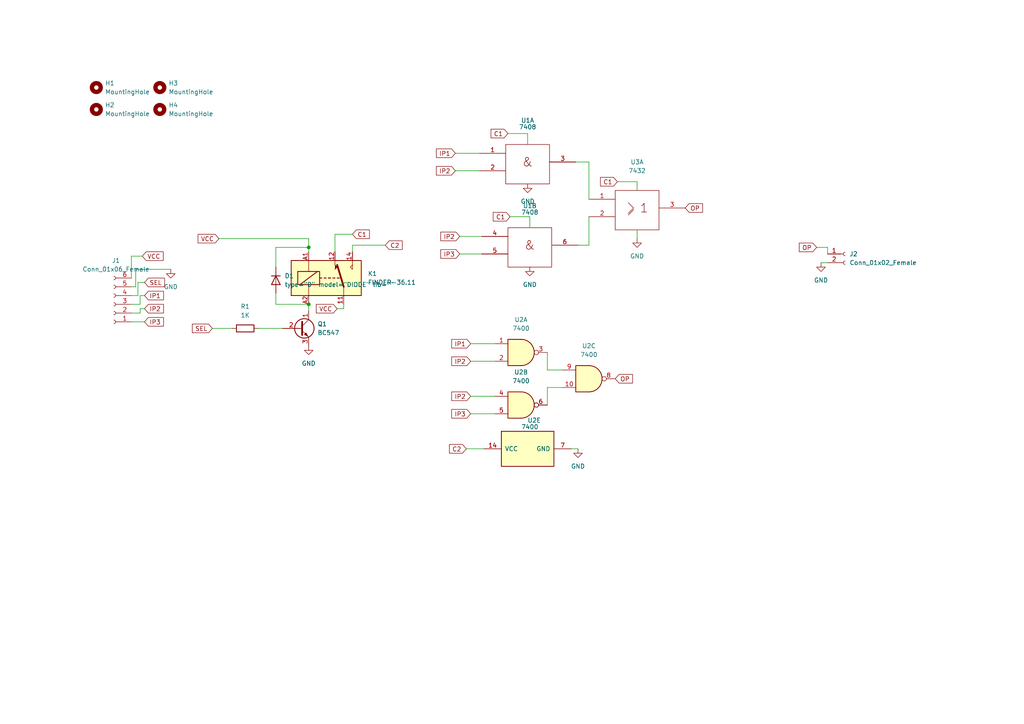
<source format=kicad_sch>
(kicad_sch (version 20211123) (generator eeschema)
  (paper "A4")
  (lib_symbols
    (symbol "74xx:7400" (pin_names (offset 1.016))
      (property "Reference" "U" (at 0 1.27 0))
      (property "Value" "7400" (at 0 -1.27 0))
      (symbol "7400_1_1"
        (arc (start 0 -3.81) (mid 3.81 0) (end 0 3.81) (stroke (width 0.254)) (fill (type background)))
        (polyline (pts (xy 0 3.81) (xy -3.81 3.81) (xy -3.81 -3.81) (xy 0 -3.81)) (stroke (width 0.254)) (fill (type background)))
        (pin input line (at -7.62 2.54 0) (length 3.81) (name "~") (number "1"))
        (pin input line (at -7.62 -2.54 0) (length 3.81) (name "~") (number "2"))
        (pin output inverted (at 7.62 0 180) (length 3.81) (name "~") (number "3"))
      )
      (symbol "7400_1_2"
        (arc (start -3.81 -3.81) (mid -2.589 0) (end -3.81 3.81) (stroke (width 0.254)))
        (arc (start -0.6096 -3.81) (mid 2.1842 -2.5851) (end 3.81 0) (stroke (width 0.254)) (fill (type background)))
        (polyline (pts (xy -3.81 -3.81) (xy -0.635 -3.81)) (stroke (width 0.254)) (fill (type background)))
        (polyline (pts (xy -3.81 3.81) (xy -0.635 3.81)) (stroke (width 0.254)) (fill (type background)))
        (polyline (pts (xy -0.635 3.81) (xy -3.81 3.81) (xy -3.81 3.81) (xy -3.556 3.4036) (xy -3.0226 2.2606) (xy -2.6924 1.0414) (xy -2.6162 -0.254) (xy -2.7686 -1.4986) (xy -3.175 -2.7178) (xy -3.81 -3.81) (xy -3.81 -3.81) (xy -0.635 -3.81)) (stroke (width -25.4)) (fill (type background)))
        (arc (start 3.81 0) (mid 2.1915 2.5936) (end -0.6096 3.81) (stroke (width 0.254)) (fill (type background)))
        (pin input inverted (at -7.62 2.54 0) (length 4.318) (name "~") (number "1"))
        (pin input inverted (at -7.62 -2.54 0) (length 4.318) (name "~") (number "2"))
        (pin output line (at 7.62 0 180) (length 3.81) (name "~") (number "3"))
      )
      (symbol "7400_2_1"
        (arc (start 0 -3.81) (mid 3.81 0) (end 0 3.81) (stroke (width 0.254)) (fill (type background)))
        (polyline (pts (xy 0 3.81) (xy -3.81 3.81) (xy -3.81 -3.81) (xy 0 -3.81)) (stroke (width 0.254)) (fill (type background)))
        (pin input line (at -7.62 2.54 0) (length 3.81) (name "~") (number "4"))
        (pin input line (at -7.62 -2.54 0) (length 3.81) (name "~") (number "5"))
        (pin output inverted (at 7.62 0 180) (length 3.81) (name "~") (number "6"))
      )
      (symbol "7400_2_2"
        (arc (start -3.81 -3.81) (mid -2.589 0) (end -3.81 3.81) (stroke (width 0.254)))
        (arc (start -0.6096 -3.81) (mid 2.1842 -2.5851) (end 3.81 0) (stroke (width 0.254)) (fill (type background)))
        (polyline (pts (xy -3.81 -3.81) (xy -0.635 -3.81)) (stroke (width 0.254)) (fill (type background)))
        (polyline (pts (xy -3.81 3.81) (xy -0.635 3.81)) (stroke (width 0.254)) (fill (type background)))
        (polyline (pts (xy -0.635 3.81) (xy -3.81 3.81) (xy -3.81 3.81) (xy -3.556 3.4036) (xy -3.0226 2.2606) (xy -2.6924 1.0414) (xy -2.6162 -0.254) (xy -2.7686 -1.4986) (xy -3.175 -2.7178) (xy -3.81 -3.81) (xy -3.81 -3.81) (xy -0.635 -3.81)) (stroke (width -25.4)) (fill (type background)))
        (arc (start 3.81 0) (mid 2.1915 2.5936) (end -0.6096 3.81) (stroke (width 0.254)) (fill (type background)))
        (pin input inverted (at -7.62 2.54 0) (length 4.318) (name "~") (number "4"))
        (pin input inverted (at -7.62 -2.54 0) (length 4.318) (name "~") (number "5"))
        (pin output line (at 7.62 0 180) (length 3.81) (name "~") (number "6"))
      )
      (symbol "7400_3_1"
        (arc (start 0 -3.81) (mid 3.81 0) (end 0 3.81) (stroke (width 0.254)) (fill (type background)))
        (polyline (pts (xy 0 3.81) (xy -3.81 3.81) (xy -3.81 -3.81) (xy 0 -3.81)) (stroke (width 0.254)) (fill (type background)))
        (pin input line (at -7.62 -2.54 0) (length 3.81) (name "~") (number "10"))
        (pin output inverted (at 7.62 0 180) (length 3.81) (name "~") (number "8"))
        (pin input line (at -7.62 2.54 0) (length 3.81) (name "~") (number "9"))
      )
      (symbol "7400_3_2"
        (arc (start -3.81 -3.81) (mid -2.589 0) (end -3.81 3.81) (stroke (width 0.254)))
        (arc (start -0.6096 -3.81) (mid 2.1842 -2.5851) (end 3.81 0) (stroke (width 0.254)) (fill (type background)))
        (polyline (pts (xy -3.81 -3.81) (xy -0.635 -3.81)) (stroke (width 0.254)) (fill (type background)))
        (polyline (pts (xy -3.81 3.81) (xy -0.635 3.81)) (stroke (width 0.254)) (fill (type background)))
        (polyline (pts (xy -0.635 3.81) (xy -3.81 3.81) (xy -3.81 3.81) (xy -3.556 3.4036) (xy -3.0226 2.2606) (xy -2.6924 1.0414) (xy -2.6162 -0.254) (xy -2.7686 -1.4986) (xy -3.175 -2.7178) (xy -3.81 -3.81) (xy -3.81 -3.81) (xy -0.635 -3.81)) (stroke (width -25.4)) (fill (type background)))
        (arc (start 3.81 0) (mid 2.1915 2.5936) (end -0.6096 3.81) (stroke (width 0.254)) (fill (type background)))
        (pin input inverted (at -7.62 -2.54 0) (length 4.318) (name "~") (number "10"))
        (pin output line (at 7.62 0 180) (length 3.81) (name "~") (number "8"))
        (pin input inverted (at -7.62 2.54 0) (length 4.318) (name "~") (number "9"))
      )
      (symbol "7400_4_1"
        (arc (start 0 -3.81) (mid 3.81 0) (end 0 3.81) (stroke (width 0.254)) (fill (type background)))
        (polyline (pts (xy 0 3.81) (xy -3.81 3.81) (xy -3.81 -3.81) (xy 0 -3.81)) (stroke (width 0.254)) (fill (type background)))
        (pin output inverted (at 7.62 0 180) (length 3.81) (name "~") (number "11"))
        (pin input line (at -7.62 2.54 0) (length 3.81) (name "~") (number "12"))
        (pin input line (at -7.62 -2.54 0) (length 3.81) (name "~") (number "13"))
      )
      (symbol "7400_4_2"
        (arc (start -3.81 -3.81) (mid -2.589 0) (end -3.81 3.81) (stroke (width 0.254)))
        (arc (start -0.6096 -3.81) (mid 2.1842 -2.5851) (end 3.81 0) (stroke (width 0.254)) (fill (type background)))
        (polyline (pts (xy -3.81 -3.81) (xy -0.635 -3.81)) (stroke (width 0.254)) (fill (type background)))
        (polyline (pts (xy -3.81 3.81) (xy -0.635 3.81)) (stroke (width 0.254)) (fill (type background)))
        (polyline (pts (xy -0.635 3.81) (xy -3.81 3.81) (xy -3.81 3.81) (xy -3.556 3.4036) (xy -3.0226 2.2606) (xy -2.6924 1.0414) (xy -2.6162 -0.254) (xy -2.7686 -1.4986) (xy -3.175 -2.7178) (xy -3.81 -3.81) (xy -3.81 -3.81) (xy -0.635 -3.81)) (stroke (width -25.4)) (fill (type background)))
        (arc (start 3.81 0) (mid 2.1915 2.5936) (end -0.6096 3.81) (stroke (width 0.254)) (fill (type background)))
        (pin output line (at 7.62 0 180) (length 3.81) (name "~") (number "11"))
        (pin input inverted (at -7.62 2.54 0) (length 4.318) (name "~") (number "12"))
        (pin input inverted (at -7.62 -2.54 0) (length 4.318) (name "~") (number "13"))
      )
      (symbol "7400_5_0"
        (pin power_in line (at 0 12.7 270) (length 5.08) (name "VCC") (number "14"))
        (pin power_in line (at 0 -12.7 90) (length 5.08) (name "GND") (number "7"))
      )
      (symbol "7400_5_1"
        (rectangle (start -5.08 7.62) (end 5.08 -7.62) (stroke (width 0.254)) (fill (type background)))
      )
    )
    (symbol "74xx_IEEE:7408" (pin_names (offset 0.762))
      (property "Reference" "U" (at 2.54 7.62 0))
      (property "Value" "7408" (at 3.81 -8.89 0))
      (symbol "7408_0_1"
        (rectangle (start -6.35 5.08) (end 6.35 -6.35))
        (text "&" (at 0 0 0) (effects (font (size 2.54 2.54))))
        (pin power_in line (at 0 5.08 270) (length 0) hide (name "Vcc") (number "14"))
        (pin power_in line (at 0 -6.35 90) (length 0) hide (name "Gnd") (number "7"))
      )
      (symbol "7408_1_1"
        (pin input line (at -13.97 2.54 0) (length 7.62) (name "~") (number "1"))
        (pin input line (at -13.97 -2.54 0) (length 7.62) (name "~") (number "2"))
        (pin output line (at 13.97 0 180) (length 7.62) (name "~") (number "3"))
      )
      (symbol "7408_2_1"
        (pin input line (at -13.97 2.54 0) (length 7.62) (name "~") (number "4"))
        (pin input line (at -13.97 -2.54 0) (length 7.62) (name "~") (number "5"))
        (pin input line (at 13.97 0 180) (length 7.62) (name "~") (number "6"))
      )
      (symbol "7408_3_1"
        (pin input line (at -13.97 -2.54 0) (length 7.62) (name "~") (number "10"))
        (pin input line (at 13.97 0 180) (length 7.62) (name "~") (number "8"))
        (pin input line (at -13.97 2.54 0) (length 7.62) (name "~") (number "9"))
      )
      (symbol "7408_4_1"
        (pin input line (at 13.97 0 180) (length 7.62) (name "~") (number "11"))
        (pin input line (at -13.97 2.54 0) (length 7.62) (name "~") (number "12"))
        (pin input line (at -13.97 -2.54 0) (length 7.62) (name "~") (number "13"))
      )
    )
    (symbol "74xx_IEEE:7432" (pin_names (offset 0.762))
      (property "Reference" "U" (at 2.54 6.35 0))
      (property "Value" "7432" (at 3.81 -7.62 0))
      (symbol "7432_0_1"
        (rectangle (start -6.35 5.08) (end 6.35 -6.35))
        (polyline (pts (xy -2.54 -2.032) (xy -1.016 -0.508) (xy -1.016 -0.508)))
        (polyline (pts (xy -2.54 1.524) (xy -2.54 1.524) (xy -1.016 0) (xy -2.54 -1.524) (xy -2.54 -1.524)))
        (text "1" (at 2.032 0 0) (effects (font (size 2.54 2.54))))
        (pin power_in line (at 0 5.08 270) (length 0) hide (name "Vcc") (number "14"))
        (pin power_in line (at 0 -6.35 90) (length 0) hide (name "Gnd") (number "7"))
      )
      (symbol "7432_1_1"
        (pin input line (at -13.97 2.54 0) (length 7.62) (name "~") (number "1"))
        (pin input line (at -13.97 -2.54 0) (length 7.62) (name "~") (number "2"))
        (pin output line (at 13.97 0 180) (length 7.62) (name "~") (number "3"))
      )
      (symbol "7432_2_1"
        (pin input line (at -13.97 2.54 0) (length 7.62) (name "~") (number "4"))
        (pin input line (at -13.97 -2.54 0) (length 7.62) (name "~") (number "5"))
        (pin output line (at 13.97 0 180) (length 7.62) (name "~") (number "6"))
      )
      (symbol "7432_3_1"
        (pin input line (at -13.97 -2.54 0) (length 7.62) (name "~") (number "10"))
        (pin output line (at 13.97 0 180) (length 7.62) (name "~") (number "8"))
        (pin input line (at -13.97 2.54 0) (length 7.62) (name "~") (number "9"))
      )
      (symbol "7432_4_1"
        (pin output line (at 13.97 0 180) (length 7.62) (name "~") (number "11"))
        (pin input line (at -13.97 2.54 0) (length 7.62) (name "~") (number "12"))
        (pin input line (at -13.97 -2.54 0) (length 7.62) (name "~") (number "13"))
      )
    )
    (symbol "Connector:Conn_01x02_Female" (pin_names (offset 1.016) hide)
      (property "Reference" "J" (at 0 2.54 0))
      (property "Value" "Conn_01x02_Female" (at 0 -5.08 0))
      (symbol "Conn_01x02_Female_1_1"
        (arc (start 0 -2.032) (mid -0.508 -2.54) (end 0 -3.048) (stroke (width 0.1524)))
        (polyline (pts (xy -1.27 -2.54) (xy -0.508 -2.54)) (stroke (width 0.1524)))
        (polyline (pts (xy -1.27 0) (xy -0.508 0)) (stroke (width 0.1524)))
        (arc (start 0 0.508) (mid -0.508 0) (end 0 -0.508) (stroke (width 0.1524)))
        (pin passive line (at -5.08 0 0) (length 3.81) (name "Pin_1") (number "1"))
        (pin passive line (at -5.08 -2.54 0) (length 3.81) (name "Pin_2") (number "2"))
      )
    )
    (symbol "Connector:Conn_01x06_Female" (pin_names (offset 1.016) hide)
      (property "Reference" "J" (at 0 7.62 0))
      (property "Value" "Conn_01x06_Female" (at 0 -10.16 0))
      (symbol "Conn_01x06_Female_1_1"
        (arc (start 0 -7.112) (mid -0.508 -7.62) (end 0 -8.128) (stroke (width 0.1524)))
        (arc (start 0 -4.572) (mid -0.508 -5.08) (end 0 -5.588) (stroke (width 0.1524)))
        (arc (start 0 -2.032) (mid -0.508 -2.54) (end 0 -3.048) (stroke (width 0.1524)))
        (polyline (pts (xy -1.27 -7.62) (xy -0.508 -7.62)) (stroke (width 0.1524)))
        (polyline (pts (xy -1.27 -5.08) (xy -0.508 -5.08)) (stroke (width 0.1524)))
        (polyline (pts (xy -1.27 -2.54) (xy -0.508 -2.54)) (stroke (width 0.1524)))
        (polyline (pts (xy -1.27 0) (xy -0.508 0)) (stroke (width 0.1524)))
        (polyline (pts (xy -1.27 2.54) (xy -0.508 2.54)) (stroke (width 0.1524)))
        (polyline (pts (xy -1.27 5.08) (xy -0.508 5.08)) (stroke (width 0.1524)))
        (arc (start 0 0.508) (mid -0.508 0) (end 0 -0.508) (stroke (width 0.1524)))
        (arc (start 0 3.048) (mid -0.508 2.54) (end 0 2.032) (stroke (width 0.1524)))
        (arc (start 0 5.588) (mid -0.508 5.08) (end 0 4.572) (stroke (width 0.1524)))
        (pin passive line (at -5.08 5.08 0) (length 3.81) (name "Pin_1") (number "1"))
        (pin passive line (at -5.08 2.54 0) (length 3.81) (name "Pin_2") (number "2"))
        (pin passive line (at -5.08 0 0) (length 3.81) (name "Pin_3") (number "3"))
        (pin passive line (at -5.08 -2.54 0) (length 3.81) (name "Pin_4") (number "4"))
        (pin passive line (at -5.08 -5.08 0) (length 3.81) (name "Pin_5") (number "5"))
        (pin passive line (at -5.08 -7.62 0) (length 3.81) (name "Pin_6") (number "6"))
      )
    )
    (symbol "Device:R" (pin_numbers hide) (pin_names (offset 0))
      (property "Reference" "R" (at 2.032 0 90))
      (property "Value" "R" (at 0 0 90))
      (symbol "R_0_1"
        (rectangle (start -1.016 -2.54) (end 1.016 2.54) (stroke (width 0.254)))
      )
      (symbol "R_1_1"
        (pin passive line (at 0 3.81 270) (length 1.27) (name "~") (number "1"))
        (pin passive line (at 0 -3.81 90) (length 1.27) (name "~") (number "2"))
      )
    )
    (symbol "Mechanical:MountingHole" (pin_names (offset 1.016))
      (property "Reference" "H" (at 0 5.08 0))
      (property "Value" "MountingHole" (at 0 3.175 0))
      (symbol "MountingHole_0_1"
        (circle (center 0 0) (radius 1.27) (stroke (width 1.27)))
      )
    )
    (symbol "Relay:FINDER-36.11"
      (property "Reference" "K" (at 11.43 3.81 0))
      (property "Value" "FINDER-36.11" (at 11.43 1.27 0))
      (symbol "FINDER-36.11_0_0"
        (polyline (pts (xy 2.54 3.81) (xy 2.54 5.08)))
        (polyline (pts (xy 7.62 3.81) (xy 7.62 5.08)))
        (polyline (pts (xy 7.62 3.81) (xy 7.62 2.54) (xy 6.985 3.175) (xy 7.62 3.81)))
      )
      (symbol "FINDER-36.11_0_1"
        (rectangle (start -10.16 5.08) (end 10.16 -5.08) (stroke (width 0.254)) (fill (type background)))
        (rectangle (start -8.255 1.905) (end -1.905 -1.905) (stroke (width 0.254)))
        (polyline (pts (xy -7.62 -1.905) (xy -2.54 1.905)) (stroke (width 0.254)))
        (polyline (pts (xy -5.08 -5.08) (xy -5.08 -1.905)))
        (polyline (pts (xy -5.08 5.08) (xy -5.08 1.905)))
        (polyline (pts (xy -1.905 0) (xy -1.27 0)) (stroke (width 0.254)))
        (polyline (pts (xy -0.635 0) (xy 0 0)) (stroke (width 0.254)))
        (polyline (pts (xy 0.635 0) (xy 1.27 0)) (stroke (width 0.254)))
        (polyline (pts (xy 0.635 0) (xy 1.27 0)) (stroke (width 0.254)))
        (polyline (pts (xy 1.905 0) (xy 2.54 0)) (stroke (width 0.254)))
        (polyline (pts (xy 3.175 0) (xy 3.81 0)) (stroke (width 0.254)))
        (polyline (pts (xy 5.08 -2.54) (xy 3.175 3.81)) (stroke (width 0.508)))
        (polyline (pts (xy 5.08 -2.54) (xy 5.08 -5.08)))
        (polyline (pts (xy 2.54 2.54) (xy 3.175 3.175) (xy 2.54 3.81)) (fill (type outline)))
      )
      (symbol "FINDER-36.11_1_1"
        (pin passive line (at 5.08 -7.62 90) (length 2.54) (name "~") (number "11"))
        (pin passive line (at 2.54 7.62 270) (length 2.54) (name "~") (number "12"))
        (pin passive line (at 7.62 7.62 270) (length 2.54) (name "~") (number "14"))
        (pin passive line (at -5.08 7.62 270) (length 2.54) (name "~") (number "A1"))
        (pin passive line (at -5.08 -7.62 90) (length 2.54) (name "~") (number "A2"))
      )
    )
    (symbol "Simulation_SPICE:DIODE" (pin_numbers hide) (pin_names (offset 1.016) hide)
      (property "Reference" "D" (at 0 2.54 0))
      (property "Value" "DIODE" (at 0 -2.54 0))
      (symbol "DIODE_0_1"
        (polyline (pts (xy 1.27 0) (xy -1.27 0)))
        (polyline (pts (xy 1.27 1.27) (xy 1.27 -1.27)) (stroke (width 0.254)))
        (polyline (pts (xy -1.27 -1.27) (xy -1.27 1.27) (xy 1.27 0) (xy -1.27 -1.27)) (stroke (width 0.254)))
      )
      (symbol "DIODE_1_1"
        (pin passive line (at -3.81 0 0) (length 2.54) (name "A") (number "1"))
        (pin passive line (at 3.81 0 180) (length 2.54) (name "K") (number "2"))
      )
    )
    (symbol "Transistor_BJT:BC547" (pin_names (offset 0) hide)
      (property "Reference" "Q" (at 5.08 1.905 0))
      (property "Value" "BC547" (at 5.08 0 0))
      (symbol "BC547_0_1"
        (polyline (pts (xy 0 0) (xy 0.635 0)))
        (polyline (pts (xy 0.635 0.635) (xy 2.54 2.54)))
        (polyline (pts (xy 0.635 -0.635) (xy 2.54 -2.54) (xy 2.54 -2.54)))
        (polyline (pts (xy 0.635 1.905) (xy 0.635 -1.905) (xy 0.635 -1.905)) (stroke (width 0.508)))
        (polyline (pts (xy 1.27 -1.778) (xy 1.778 -1.27) (xy 2.286 -2.286) (xy 1.27 -1.778) (xy 1.27 -1.778)) (fill (type outline)))
        (circle (center 1.27 0) (radius 2.8194) (stroke (width 0.254)))
      )
      (symbol "BC547_1_1"
        (pin passive line (at 2.54 5.08 270) (length 2.54) (name "C") (number "1"))
        (pin input line (at -5.08 0 0) (length 5.08) (name "B") (number "2"))
        (pin passive line (at 2.54 -5.08 90) (length 2.54) (name "E") (number "3"))
      )
    )
    (symbol "power:GND" (power) (pin_names (offset 0))
      (property "Value" "GND" (at 0 -3.81 0))
      (symbol "GND_0_1"
        (polyline (pts (xy 0 0) (xy 0 -1.27) (xy 1.27 -1.27) (xy 0 -2.54) (xy -1.27 -1.27) (xy 0 -1.27)))
      )
      (symbol "GND_1_1"
        (pin power_in line (at 0 0 270) (length 0) hide (name "GND") (number "1"))
      )
    )
  )
  (junction (at 89.535 88.265))
  (junction (at 89.535 71.755))
  (wire (pts (xy 99.695 89.535) (xy 99.695 88.265)))
  (wire (pts (xy 153.67 62.865) (xy 153.67 66.04)))
  (wire (pts (xy 167.005 46.99) (xy 170.815 46.99)))
  (wire (pts (xy 40.64 89.535) (xy 41.91 89.535)))
  (wire (pts (xy 170.815 71.12) (xy 170.815 62.865)))
  (wire (pts (xy 102.235 67.945) (xy 97.155 67.945)))
  (wire (pts (xy 102.235 71.12) (xy 102.235 73.025)))
  (wire (pts (xy 136.525 99.695) (xy 143.51 99.695)))
  (wire (pts (xy 40.64 90.805) (xy 40.64 89.535)))
  (wire (pts (xy 147.32 38.735) (xy 153.035 38.735)))
  (wire (pts (xy 39.37 78.105) (xy 49.53 78.105)))
  (wire (pts (xy 38.1 83.185) (xy 39.37 83.185)))
  (wire (pts (xy 158.75 112.395) (xy 158.75 117.475)))
  (wire (pts (xy 38.1 85.725) (xy 40.005 85.725)))
  (wire (pts (xy 80.01 85.09) (xy 80.01 88.265)))
  (wire (pts (xy 179.07 52.705) (xy 184.785 52.705)))
  (wire (pts (xy 136.525 114.935) (xy 143.51 114.935)))
  (wire (pts (xy 238.125 76.2) (xy 240.03 76.2)))
  (wire (pts (xy 80.01 71.755) (xy 89.535 71.755)))
  (wire (pts (xy 89.535 88.265) (xy 89.535 90.17)))
  (wire (pts (xy 111.76 71.12) (xy 102.235 71.12)))
  (wire (pts (xy 38.1 74.295) (xy 41.275 74.295)))
  (wire (pts (xy 38.1 93.345) (xy 41.91 93.345)))
  (wire (pts (xy 158.75 102.235) (xy 158.75 107.315)))
  (wire (pts (xy 153.035 38.735) (xy 153.035 41.91)))
  (wire (pts (xy 40.005 85.725) (xy 40.005 81.915)))
  (wire (pts (xy 184.785 66.675) (xy 184.785 69.215)))
  (wire (pts (xy 38.1 80.645) (xy 38.1 74.295)))
  (wire (pts (xy 74.93 95.25) (xy 81.915 95.25)))
  (wire (pts (xy 40.64 88.265) (xy 40.64 85.725)))
  (wire (pts (xy 38.1 90.805) (xy 40.64 90.805)))
  (wire (pts (xy 40.64 85.725) (xy 41.91 85.725)))
  (wire (pts (xy 89.535 69.215) (xy 89.535 71.755)))
  (wire (pts (xy 80.01 88.265) (xy 89.535 88.265)))
  (wire (pts (xy 240.03 71.755) (xy 240.03 73.66)))
  (wire (pts (xy 170.815 46.99) (xy 170.815 57.785)))
  (wire (pts (xy 89.535 71.755) (xy 89.535 73.025)))
  (wire (pts (xy 135.255 130.175) (xy 140.335 130.175)))
  (wire (pts (xy 133.35 73.66) (xy 139.7 73.66)))
  (wire (pts (xy 133.35 68.58) (xy 139.7 68.58)))
  (wire (pts (xy 40.005 81.915) (xy 41.91 81.915)))
  (wire (pts (xy 132.08 49.53) (xy 139.065 49.53)))
  (wire (pts (xy 97.79 89.535) (xy 99.695 89.535)))
  (wire (pts (xy 165.735 130.175) (xy 167.64 130.175)))
  (wire (pts (xy 61.595 95.25) (xy 67.31 95.25)))
  (wire (pts (xy 147.955 62.865) (xy 153.67 62.865)))
  (wire (pts (xy 158.75 112.395) (xy 163.195 112.395)))
  (wire (pts (xy 80.01 77.47) (xy 80.01 71.755)))
  (wire (pts (xy 38.1 88.265) (xy 40.64 88.265)))
  (wire (pts (xy 167.64 71.12) (xy 170.815 71.12)))
  (wire (pts (xy 236.855 71.755) (xy 240.03 71.755)))
  (wire (pts (xy 97.155 67.945) (xy 97.155 73.025)))
  (wire (pts (xy 132.08 44.45) (xy 139.065 44.45)))
  (wire (pts (xy 184.785 52.705) (xy 184.785 55.245)))
  (wire (pts (xy 136.525 104.775) (xy 143.51 104.775)))
  (wire (pts (xy 136.525 120.015) (xy 143.51 120.015)))
  (wire (pts (xy 158.75 107.315) (xy 163.195 107.315)))
  (wire (pts (xy 63.5 69.215) (xy 89.535 69.215)))
  (wire (pts (xy 39.37 83.185) (xy 39.37 78.105)))
  (global_label "C1" (shape input) (at 102.235 67.945 0) (property "Intersheet References" "${INTERSHEET_REFS}" (effects hide)))
  (global_label "OP" (shape input) (at 236.855 71.755 180) (property "Intersheet References" "${INTERSHEET_REFS}" (effects hide)))
  (global_label "IP1" (shape input) (at 41.91 85.725 0) (property "Intersheet References" "${INTERSHEET_REFS}" (effects hide)))
  (global_label "VCC" (shape input) (at 97.79 89.535 180) (property "Intersheet References" "${INTERSHEET_REFS}" (effects hide)))
  (global_label "C1" (shape input) (at 147.32 38.735 180) (property "Intersheet References" "${INTERSHEET_REFS}" (effects hide)))
  (global_label "C1" (shape input) (at 179.07 52.705 180) (property "Intersheet References" "${INTERSHEET_REFS}" (effects hide)))
  (global_label "VCC" (shape input) (at 63.5 69.215 180) (property "Intersheet References" "${INTERSHEET_REFS}" (effects hide)))
  (global_label "OP" (shape input) (at 178.435 109.855 0) (property "Intersheet References" "${INTERSHEET_REFS}" (effects hide)))
  (global_label "OP" (shape input) (at 198.755 60.325 0) (property "Intersheet References" "${INTERSHEET_REFS}" (effects hide)))
  (global_label "IP3" (shape input) (at 133.35 73.66 180) (property "Intersheet References" "${INTERSHEET_REFS}" (effects hide)))
  (global_label "SEL" (shape input) (at 61.595 95.25 180) (property "Intersheet References" "${INTERSHEET_REFS}" (effects hide)))
  (global_label "IP1" (shape input) (at 132.08 44.45 180) (property "Intersheet References" "${INTERSHEET_REFS}" (effects hide)))
  (global_label "C2" (shape input) (at 135.255 130.175 180) (property "Intersheet References" "${INTERSHEET_REFS}" (effects hide)))
  (global_label "IP3" (shape input) (at 136.525 120.015 180) (property "Intersheet References" "${INTERSHEET_REFS}" (effects hide)))
  (global_label "IP2" (shape input) (at 41.91 89.535 0) (property "Intersheet References" "${INTERSHEET_REFS}" (effects hide)))
  (global_label "IP2" (shape input) (at 136.525 104.775 180) (property "Intersheet References" "${INTERSHEET_REFS}" (effects hide)))
  (global_label "C2" (shape input) (at 111.76 71.12 0) (property "Intersheet References" "${INTERSHEET_REFS}" (effects hide)))
  (global_label "IP2" (shape input) (at 136.525 114.935 180) (property "Intersheet References" "${INTERSHEET_REFS}" (effects hide)))
  (global_label "IP2" (shape input) (at 132.08 49.53 180) (property "Intersheet References" "${INTERSHEET_REFS}" (effects hide)))
  (global_label "C1" (shape input) (at 147.955 62.865 180) (property "Intersheet References" "${INTERSHEET_REFS}" (effects hide)))
  (global_label "VCC" (shape input) (at 41.275 74.295 0) (property "Intersheet References" "${INTERSHEET_REFS}" (effects hide)))
  (global_label "SEL" (shape input) (at 41.91 81.915 0) (property "Intersheet References" "${INTERSHEET_REFS}" (effects hide)))
  (global_label "IP3" (shape input) (at 41.91 93.345 0) (property "Intersheet References" "${INTERSHEET_REFS}" (effects hide)))
  (global_label "IP1" (shape input) (at 136.525 99.695 180) (property "Intersheet References" "${INTERSHEET_REFS}" (effects hide)))
  (global_label "IP2" (shape input) (at 133.35 68.58 180) (property "Intersheet References" "${INTERSHEET_REFS}" (effects hide)))
  (symbol (lib_id "Connector:Conn_01x02_Female") (at 245.11 73.66 0) (unit 1)
    (property "Reference" "J2" (at 246.38 73.6599 0) (effects (justify left)))
    (property "Value" "Conn_01x02_Female" (at 246.38 76.1999 0) (effects (justify left)))
    (property "Footprint" "Connector_JST:JST_EH_S2B-EH_1x02_P2.50mm_Horizontal" (effects hide))
  )
  (symbol (lib_id "74xx_IEEE:7408") (at 153.67 71.12 0) (unit 2)
    (property "Reference" "U1" (at 153.67 59.69 0))
    (property "Value" "7408" (at 153.67 61.595 0))
    (property "Footprint" "Package_DIP:DIP-14_W7.62mm_Socket" (effects hide))
  )
  (symbol (lib_id "Mechanical:MountingHole") (at 27.94 25.4 0) (unit 1)
    (property "Reference" "H1" (at 30.48 24.1299 0) (effects (justify left)))
    (property "Value" "MountingHole" (at 30.48 26.6699 0) (effects (justify left)))
    (property "Footprint" "MountingHole:MountingHole_2.1mm" (effects hide))
  )
  (symbol (lib_id "power:GND") (at 167.64 130.175 0) (unit 1)
    (property "Reference" "#PWR?" (effects hide))
    (property "Value" "GND" (at 167.64 135.255 0))
  )
  (symbol (lib_id "Mechanical:MountingHole") (at 46.355 31.75 0) (unit 1)
    (property "Reference" "H4" (at 48.895 30.4799 0) (effects (justify left)))
    (property "Value" "MountingHole" (at 48.895 33.0199 0) (effects (justify left)))
    (property "Footprint" "MountingHole:MountingHole_2.1mm" (effects hide))
  )
  (symbol (lib_id "power:GND") (at 238.125 76.2 0) (unit 1)
    (property "Reference" "#PWR?" (effects hide))
    (property "Value" "GND" (at 238.125 81.28 0))
  )
  (symbol (lib_id "74xx_IEEE:7432") (at 184.785 60.325 0) (unit 1)
    (property "Reference" "U3" (at 184.785 46.99 0))
    (property "Value" "7432" (at 184.785 49.53 0))
    (property "Footprint" "Package_DIP:DIP-14_W7.62mm_Socket" (effects hide))
  )
  (symbol (lib_id "power:GND") (at 89.535 100.33 0) (unit 1)
    (property "Reference" "#PWR?" (effects hide))
    (property "Value" "GND" (at 89.535 105.41 0))
  )
  (symbol (lib_id "Mechanical:MountingHole") (at 46.355 25.4 0) (unit 1)
    (property "Reference" "H3" (at 48.895 24.1299 0) (effects (justify left)))
    (property "Value" "MountingHole" (at 48.895 26.6699 0) (effects (justify left)))
    (property "Footprint" "MountingHole:MountingHole_2.1mm" (effects hide))
  )
  (symbol (lib_id "Mechanical:MountingHole") (at 27.94 31.75 0) (unit 1)
    (property "Reference" "H2" (at 30.48 30.4799 0) (effects (justify left)))
    (property "Value" "MountingHole" (at 30.48 33.0199 0) (effects (justify left)))
    (property "Footprint" "MountingHole:MountingHole_2.1mm" (effects hide))
  )
  (symbol (lib_id "Connector:Conn_01x06_Female") (at 33.02 88.265 180) (unit 1)
    (property "Reference" "J1" (at 33.655 75.565 0))
    (property "Value" "Conn_01x06_Female" (at 33.655 78.105 0))
    (property "Footprint" "Connector_JST:JST_EH_S6B-EH_1x06_P2.50mm_Horizontal" (effects hide))
  )
  (symbol (lib_id "power:GND") (at 49.53 78.105 0) (unit 1)
    (property "Reference" "#PWR?" (effects hide))
    (property "Value" "GND" (at 49.53 83.185 0))
  )
  (symbol (lib_id "power:GND") (at 184.785 69.215 0) (unit 1)
    (property "Reference" "#PWR?" (effects hide))
    (property "Value" "GND" (at 184.785 74.295 0))
  )
  (symbol (lib_id "power:GND") (at 153.67 77.47 0) (unit 1)
    (property "Reference" "#PWR?" (effects hide))
    (property "Value" "GND" (at 153.67 82.55 0))
  )
  (symbol (lib_id "74xx:7400") (at 170.815 109.855 0) (unit 3)
    (property "Reference" "U2" (at 170.815 100.33 0))
    (property "Value" "7400" (at 170.815 102.87 0))
    (property "Footprint" "Package_DIP:DIP-14_W7.62mm_Socket" (effects hide))
    (property "Datasheet" "http://www.ti.com/lit/gpn/sn7400" (effects hide))
  )
  (symbol (lib_id "Relay:FINDER-36.11") (at 94.615 80.645 0) (unit 1)
    (property "Reference" "K1" (at 106.68 79.3749 0) (effects (justify left)))
    (property "Value" "FINDER-36.11" (at 106.68 81.9149 0) (effects (justify left)))
    (property "Footprint" "Relay_THT:Relay_SPDT_Finder_36.11" (effects hide))
    (property "Datasheet" "https://gfinder.findernet.com/public/attachments/36/EN/S36EN.pdf" (effects hide))
  )
  (symbol (lib_id "power:GND") (at 153.035 53.34 0) (unit 1)
    (property "Reference" "#PWR?" (effects hide))
    (property "Value" "GND" (at 153.035 58.42 0))
  )
  (symbol (lib_id "Device:R") (at 71.12 95.25 90) (unit 1)
    (property "Reference" "R1" (at 71.12 88.9 90))
    (property "Value" "1K" (at 71.12 91.44 90))
    (property "Footprint" "Resistor_THT:R_Axial_DIN0207_L6.3mm_D2.5mm_P7.62mm_Horizontal" (effects hide))
  )
  (symbol (lib_id "Transistor_BJT:BC547") (at 86.995 95.25 0) (unit 1)
    (property "Reference" "Q1" (at 92.075 93.9799 0) (effects (justify left)))
    (property "Value" "BC547" (at 92.075 96.5199 0) (effects (justify left)))
    (property "Footprint" "Package_TO_SOT_THT:TO-92_Inline" (effects hide))
    (property "Datasheet" "https://www.onsemi.com/pub/Collateral/BC550-D.pdf" (effects hide))
  )
  (symbol (lib_id "74xx_IEEE:7408") (at 153.035 46.99 0) (unit 1)
    (property "Reference" "U1" (at 153.035 34.925 0))
    (property "Value" "7408" (at 153.035 36.83 0))
    (property "Footprint" "Package_DIP:DIP-14_W7.62mm_Socket" (effects hide))
  )
  (symbol (lib_id "Simulation_SPICE:DIODE") (at 80.01 81.28 90) (unit 1)
    (property "Reference" "D1" (at 82.55 80.0099 90) (effects (justify right)))
    (property "Value" "DIODE" (at 82.55 82.5499 90) (effects (justify right)))
    (property "Footprint" "Diode_SMD:D_MiniMELF" (effects hide))
    (property "Spice_Netlist_Enabled" "Y" (effects hide))
    (property "Spice_Primitive" "D" (effects hide))
  )
  (symbol (lib_id "74xx:7400") (at 151.13 117.475 0) (unit 2)
    (property "Reference" "U2" (at 151.13 107.95 0))
    (property "Value" "7400" (at 151.13 110.49 0))
    (property "Footprint" "Package_DIP:DIP-14_W7.62mm_Socket" (effects hide))
    (property "Datasheet" "http://www.ti.com/lit/gpn/sn7400" (effects hide))
  )
  (symbol (lib_id "74xx:7400") (at 151.13 102.235 0) (unit 1)
    (property "Reference" "U2" (at 151.13 92.71 0))
    (property "Value" "7400" (at 151.13 95.25 0))
    (property "Footprint" "Package_DIP:DIP-14_W7.62mm_Socket" (effects hide))
    (property "Datasheet" "http://www.ti.com/lit/gpn/sn7400" (effects hide))
  )
  (symbol (lib_id "74xx:7400") (at 153.035 130.175 90) (unit 5)
    (property "Reference" "U2" (at 154.94 121.92 90))
    (property "Value" "7400" (at 153.67 123.825 90))
    (property "Footprint" "Package_DIP:DIP-14_W7.62mm_Socket" (effects hide))
    (property "Datasheet" "http://www.ti.com/lit/gpn/sn7400" (effects hide))
  )
)
</source>
